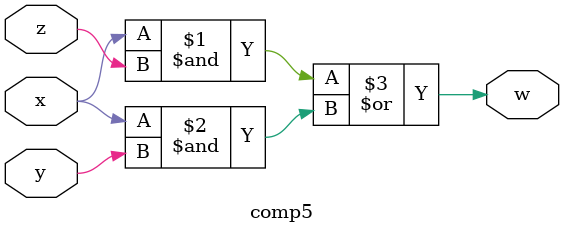
<source format=v>
module comp5(input x,input y,input z,output w); 

 assign w = (x & z)|(x & y);
 
endmodule

 

</source>
